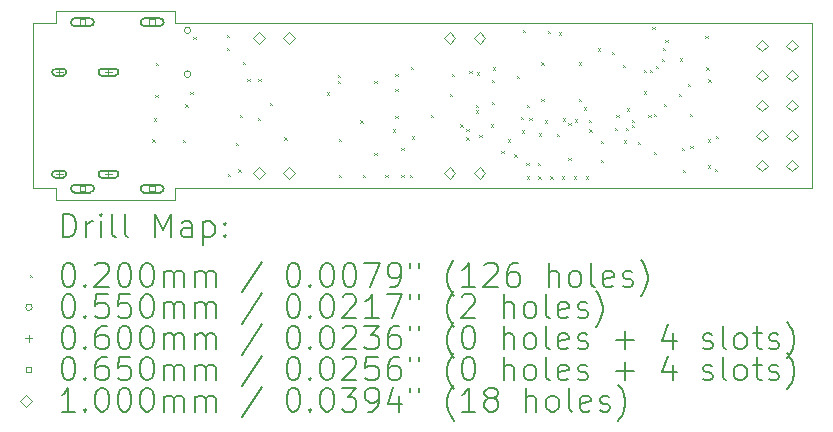
<source format=gbr>
%TF.GenerationSoftware,KiCad,Pcbnew,6.0.10+dfsg-1~bpo11+1*%
%TF.ProjectId,project,70726f6a-6563-4742-9e6b-696361645f70,rev?*%
%TF.SameCoordinates,Original*%
%TF.FileFunction,Drillmap*%
%TF.FilePolarity,Positive*%
%FSLAX45Y45*%
G04 Gerber Fmt 4.5, Leading zero omitted, Abs format (unit mm)*
%MOMM*%
%LPD*%
G01*
G04 APERTURE LIST*
%ADD10C,0.100000*%
%ADD11C,0.200000*%
%ADD12C,0.020000*%
%ADD13C,0.055000*%
%ADD14C,0.060000*%
%ADD15C,0.065000*%
G04 APERTURE END LIST*
D10*
X12026250Y-7603750D02*
X12026250Y-7503750D01*
X18426250Y-7603750D02*
X18426250Y-9003750D01*
X18426250Y-9003750D02*
X13026250Y-9003750D01*
X13026250Y-7503750D02*
X13026250Y-7603750D01*
X13026250Y-7603750D02*
X18426250Y-7603750D01*
X12026250Y-7503750D02*
X13026250Y-7503750D01*
X11826250Y-9003750D02*
X12026250Y-9003750D01*
X12026250Y-7603750D02*
X11826250Y-7603750D01*
X12026250Y-9103750D02*
X13026250Y-9103750D01*
X11826250Y-9003750D02*
X11826250Y-7603750D01*
X13026250Y-9103750D02*
X13026250Y-9003750D01*
X12026250Y-9003750D02*
X12026250Y-9103750D01*
D11*
D12*
X12838953Y-8590617D02*
X12858953Y-8610617D01*
X12858953Y-8590617D02*
X12838953Y-8610617D01*
X12852044Y-8413750D02*
X12872044Y-8433750D01*
X12872044Y-8413750D02*
X12852044Y-8433750D01*
X12864147Y-8211647D02*
X12884147Y-8231647D01*
X12884147Y-8211647D02*
X12864147Y-8231647D01*
X12866250Y-7943750D02*
X12886250Y-7963750D01*
X12886250Y-7943750D02*
X12866250Y-7963750D01*
X13095800Y-8593750D02*
X13115800Y-8613750D01*
X13115800Y-8593750D02*
X13095800Y-8613750D01*
X13116250Y-8293750D02*
X13136250Y-8313750D01*
X13136250Y-8293750D02*
X13116250Y-8313750D01*
X13159419Y-8189670D02*
X13179419Y-8209670D01*
X13179419Y-8189670D02*
X13159419Y-8209670D01*
X13186250Y-7723750D02*
X13206250Y-7743750D01*
X13206250Y-7723750D02*
X13186250Y-7743750D01*
X13466690Y-7813961D02*
X13486690Y-7833961D01*
X13486690Y-7813961D02*
X13466690Y-7833961D01*
X13470618Y-7706079D02*
X13490618Y-7726079D01*
X13490618Y-7706079D02*
X13470618Y-7726079D01*
X13476250Y-8883750D02*
X13496250Y-8903750D01*
X13496250Y-8883750D02*
X13476250Y-8903750D01*
X13543974Y-8621700D02*
X13563974Y-8641700D01*
X13563974Y-8621700D02*
X13543974Y-8641700D01*
X13566250Y-8843750D02*
X13586250Y-8863750D01*
X13586250Y-8843750D02*
X13566250Y-8863750D01*
X13576250Y-8383750D02*
X13596250Y-8403750D01*
X13596250Y-8383750D02*
X13576250Y-8403750D01*
X13606250Y-7933750D02*
X13626250Y-7953750D01*
X13626250Y-7933750D02*
X13606250Y-7953750D01*
X13641200Y-8078700D02*
X13661200Y-8098700D01*
X13661200Y-8078700D02*
X13641200Y-8098700D01*
X13729982Y-8409014D02*
X13749982Y-8429014D01*
X13749982Y-8409014D02*
X13729982Y-8429014D01*
X13736744Y-8078324D02*
X13756744Y-8098324D01*
X13756744Y-8078324D02*
X13736744Y-8098324D01*
X13831300Y-8283750D02*
X13851300Y-8303750D01*
X13851300Y-8283750D02*
X13831300Y-8303750D01*
X13956250Y-8573700D02*
X13976250Y-8593700D01*
X13976250Y-8573700D02*
X13956250Y-8593700D01*
X14316250Y-8193750D02*
X14336250Y-8213750D01*
X14336250Y-8193750D02*
X14316250Y-8213750D01*
X14406250Y-8043750D02*
X14426250Y-8063750D01*
X14426250Y-8043750D02*
X14406250Y-8063750D01*
X14406250Y-8093750D02*
X14426250Y-8113750D01*
X14426250Y-8093750D02*
X14406250Y-8113750D01*
X14416250Y-8583750D02*
X14436250Y-8603750D01*
X14436250Y-8583750D02*
X14416250Y-8603750D01*
X14416250Y-8893750D02*
X14436250Y-8913750D01*
X14436250Y-8893750D02*
X14416250Y-8913750D01*
X14600000Y-8430000D02*
X14620000Y-8450000D01*
X14620000Y-8430000D02*
X14600000Y-8450000D01*
X14621250Y-8893750D02*
X14641250Y-8913750D01*
X14641250Y-8893750D02*
X14621250Y-8913750D01*
X14716250Y-8093750D02*
X14736250Y-8113750D01*
X14736250Y-8093750D02*
X14716250Y-8113750D01*
X14716250Y-8703750D02*
X14736250Y-8723750D01*
X14736250Y-8703750D02*
X14716250Y-8723750D01*
X14811250Y-8893750D02*
X14831250Y-8913750D01*
X14831250Y-8893750D02*
X14811250Y-8913750D01*
X14876875Y-8504375D02*
X14896875Y-8524375D01*
X14896875Y-8504375D02*
X14876875Y-8524375D01*
X14896250Y-8033750D02*
X14916250Y-8053750D01*
X14916250Y-8033750D02*
X14896250Y-8053750D01*
X14896250Y-8163750D02*
X14916250Y-8183750D01*
X14916250Y-8163750D02*
X14896250Y-8183750D01*
X14896250Y-8393750D02*
X14916250Y-8413750D01*
X14916250Y-8393750D02*
X14896250Y-8413750D01*
X14946250Y-8663750D02*
X14966250Y-8683750D01*
X14966250Y-8663750D02*
X14946250Y-8683750D01*
X14946250Y-8893750D02*
X14966250Y-8913750D01*
X14966250Y-8893750D02*
X14946250Y-8913750D01*
X15016250Y-8893750D02*
X15036250Y-8913750D01*
X15036250Y-8893750D02*
X15016250Y-8913750D01*
X15026250Y-7976250D02*
X15046250Y-7996250D01*
X15046250Y-7976250D02*
X15026250Y-7996250D01*
X15036250Y-8563750D02*
X15056250Y-8583750D01*
X15056250Y-8563750D02*
X15036250Y-8583750D01*
X15196250Y-8383750D02*
X15216250Y-8403750D01*
X15216250Y-8383750D02*
X15196250Y-8403750D01*
X15356250Y-8203700D02*
X15376250Y-8223700D01*
X15376250Y-8203700D02*
X15356250Y-8223700D01*
X15376250Y-8033750D02*
X15396250Y-8053750D01*
X15396250Y-8033750D02*
X15376250Y-8053750D01*
X15446250Y-8463750D02*
X15466250Y-8483750D01*
X15466250Y-8463750D02*
X15446250Y-8483750D01*
X15496250Y-8503750D02*
X15516250Y-8523750D01*
X15516250Y-8503750D02*
X15496250Y-8523750D01*
X15496250Y-8573750D02*
X15516250Y-8593750D01*
X15516250Y-8573750D02*
X15496250Y-8593750D01*
X15520673Y-8012800D02*
X15540673Y-8032800D01*
X15540673Y-8012800D02*
X15520673Y-8032800D01*
X15578070Y-8298305D02*
X15598070Y-8318305D01*
X15598070Y-8298305D02*
X15578070Y-8318305D01*
X15578070Y-8343800D02*
X15598070Y-8363800D01*
X15598070Y-8343800D02*
X15578070Y-8363800D01*
X15586250Y-8023750D02*
X15606250Y-8043750D01*
X15606250Y-8023750D02*
X15586250Y-8043750D01*
X15606358Y-8552547D02*
X15626358Y-8572547D01*
X15626358Y-8552547D02*
X15606358Y-8572547D01*
X15705062Y-8462562D02*
X15725062Y-8482562D01*
X15725062Y-8462562D02*
X15705062Y-8482562D01*
X15710500Y-8088750D02*
X15730500Y-8108750D01*
X15730500Y-8088750D02*
X15710500Y-8108750D01*
X15712968Y-8271725D02*
X15732968Y-8291725D01*
X15732968Y-8271725D02*
X15712968Y-8291725D01*
X15720579Y-7980896D02*
X15740579Y-8000896D01*
X15740579Y-7980896D02*
X15720579Y-8000896D01*
X15792875Y-8687125D02*
X15812875Y-8707125D01*
X15812875Y-8687125D02*
X15792875Y-8707125D01*
X15847718Y-8590697D02*
X15867718Y-8610697D01*
X15867718Y-8590697D02*
X15847718Y-8610697D01*
X15901731Y-8718269D02*
X15921731Y-8738269D01*
X15921731Y-8718269D02*
X15901731Y-8738269D01*
X15926250Y-8053750D02*
X15946250Y-8073750D01*
X15946250Y-8053750D02*
X15926250Y-8073750D01*
X15960000Y-8400000D02*
X15980000Y-8420000D01*
X15980000Y-8400000D02*
X15960000Y-8420000D01*
X15965000Y-8515000D02*
X15985000Y-8535000D01*
X15985000Y-8515000D02*
X15965000Y-8535000D01*
X15975881Y-7661444D02*
X15995881Y-7681444D01*
X15995881Y-7661444D02*
X15975881Y-7681444D01*
X16003000Y-8787000D02*
X16023000Y-8807000D01*
X16023000Y-8787000D02*
X16003000Y-8807000D01*
X16006250Y-8903750D02*
X16026250Y-8923750D01*
X16026250Y-8903750D02*
X16006250Y-8923750D01*
X16010000Y-8300000D02*
X16030000Y-8320000D01*
X16030000Y-8300000D02*
X16010000Y-8320000D01*
X16030000Y-8410000D02*
X16050000Y-8430000D01*
X16050000Y-8410000D02*
X16030000Y-8430000D01*
X16103000Y-8787000D02*
X16123000Y-8807000D01*
X16123000Y-8787000D02*
X16103000Y-8807000D01*
X16106250Y-8903750D02*
X16126250Y-8923750D01*
X16126250Y-8903750D02*
X16106250Y-8923750D01*
X16111250Y-8538800D02*
X16131250Y-8558800D01*
X16131250Y-8538800D02*
X16111250Y-8558800D01*
X16130000Y-7940000D02*
X16150000Y-7960000D01*
X16150000Y-7940000D02*
X16130000Y-7960000D01*
X16130000Y-8250000D02*
X16150000Y-8270000D01*
X16150000Y-8250000D02*
X16130000Y-8270000D01*
X16160000Y-8430000D02*
X16180000Y-8450000D01*
X16180000Y-8430000D02*
X16160000Y-8450000D01*
X16186250Y-7673750D02*
X16206250Y-7693750D01*
X16206250Y-7673750D02*
X16186250Y-7693750D01*
X16206250Y-8903750D02*
X16226250Y-8923750D01*
X16226250Y-8903750D02*
X16206250Y-8923750D01*
X16260618Y-8541421D02*
X16280618Y-8561421D01*
X16280618Y-8541421D02*
X16260618Y-8561421D01*
X16278056Y-7684721D02*
X16298056Y-7704721D01*
X16298056Y-7684721D02*
X16278056Y-7704721D01*
X16306250Y-8903750D02*
X16326250Y-8923750D01*
X16326250Y-8903750D02*
X16306250Y-8923750D01*
X16311492Y-8413039D02*
X16331492Y-8433039D01*
X16331492Y-8413039D02*
X16311492Y-8433039D01*
X16360230Y-8749158D02*
X16380230Y-8769158D01*
X16380230Y-8749158D02*
X16360230Y-8769158D01*
X16361492Y-8448508D02*
X16381492Y-8468508D01*
X16381492Y-8448508D02*
X16361492Y-8468508D01*
X16406250Y-8903750D02*
X16426250Y-8923750D01*
X16426250Y-8903750D02*
X16406250Y-8923750D01*
X16414542Y-8419806D02*
X16434542Y-8439806D01*
X16434542Y-8419806D02*
X16414542Y-8439806D01*
X16450000Y-7940000D02*
X16470000Y-7960000D01*
X16470000Y-7940000D02*
X16450000Y-7960000D01*
X16450000Y-8250000D02*
X16470000Y-8270000D01*
X16470000Y-8250000D02*
X16450000Y-8270000D01*
X16490000Y-8320000D02*
X16510000Y-8340000D01*
X16510000Y-8320000D02*
X16490000Y-8340000D01*
X16506250Y-8903750D02*
X16526250Y-8923750D01*
X16526250Y-8903750D02*
X16506250Y-8923750D01*
X16536250Y-8423750D02*
X16556250Y-8443750D01*
X16556250Y-8423750D02*
X16536250Y-8443750D01*
X16538767Y-8504467D02*
X16558767Y-8524467D01*
X16558767Y-8504467D02*
X16538767Y-8524467D01*
X16610000Y-7820000D02*
X16630000Y-7840000D01*
X16630000Y-7820000D02*
X16610000Y-7840000D01*
X16636250Y-8603750D02*
X16656250Y-8623750D01*
X16656250Y-8603750D02*
X16636250Y-8623750D01*
X16636250Y-8763750D02*
X16656250Y-8783750D01*
X16656250Y-8763750D02*
X16636250Y-8783750D01*
X16730000Y-7850000D02*
X16750000Y-7870000D01*
X16750000Y-7850000D02*
X16730000Y-7870000D01*
X16756250Y-8493750D02*
X16776250Y-8513750D01*
X16776250Y-8493750D02*
X16756250Y-8513750D01*
X16766057Y-8382069D02*
X16786057Y-8402069D01*
X16786057Y-8382069D02*
X16766057Y-8402069D01*
X16820000Y-7960000D02*
X16840000Y-7980000D01*
X16840000Y-7960000D02*
X16820000Y-7980000D01*
X16829500Y-8600500D02*
X16849500Y-8620500D01*
X16849500Y-8600500D02*
X16829500Y-8620500D01*
X16844977Y-8493800D02*
X16864977Y-8513800D01*
X16864977Y-8493800D02*
X16844977Y-8513800D01*
X16855553Y-8328753D02*
X16875553Y-8348753D01*
X16875553Y-8328753D02*
X16855553Y-8348753D01*
X16896450Y-8423750D02*
X16916450Y-8443750D01*
X16916450Y-8423750D02*
X16896450Y-8443750D01*
X16900000Y-8470000D02*
X16920000Y-8490000D01*
X16920000Y-8470000D02*
X16900000Y-8490000D01*
X16946250Y-8610000D02*
X16966250Y-8630000D01*
X16966250Y-8610000D02*
X16946250Y-8630000D01*
X17000000Y-8000000D02*
X17020000Y-8020000D01*
X17020000Y-8000000D02*
X17000000Y-8020000D01*
X17000550Y-8183750D02*
X17020550Y-8203750D01*
X17020550Y-8183750D02*
X17000550Y-8203750D01*
X17036250Y-8383750D02*
X17056250Y-8403750D01*
X17056250Y-8383750D02*
X17036250Y-8403750D01*
X17050000Y-8000000D02*
X17070000Y-8020000D01*
X17070000Y-8000000D02*
X17050000Y-8020000D01*
X17070000Y-7640000D02*
X17090000Y-7660000D01*
X17090000Y-7640000D02*
X17070000Y-7660000D01*
X17082500Y-8697500D02*
X17102500Y-8717500D01*
X17102500Y-8697500D02*
X17082500Y-8717500D01*
X17086250Y-8373750D02*
X17106250Y-8393750D01*
X17106250Y-8373750D02*
X17086250Y-8393750D01*
X17102138Y-7970408D02*
X17122138Y-7990408D01*
X17122138Y-7970408D02*
X17102138Y-7990408D01*
X17150000Y-7910000D02*
X17170000Y-7930000D01*
X17170000Y-7910000D02*
X17150000Y-7930000D01*
X17160000Y-7816678D02*
X17180000Y-7836678D01*
X17180000Y-7816678D02*
X17160000Y-7836678D01*
X17170450Y-8288243D02*
X17190450Y-8308243D01*
X17190450Y-8288243D02*
X17170450Y-8308243D01*
X17180000Y-7750000D02*
X17200000Y-7770000D01*
X17200000Y-7750000D02*
X17180000Y-7770000D01*
X17297500Y-8203750D02*
X17317500Y-8223750D01*
X17317500Y-8203750D02*
X17297500Y-8223750D01*
X17306250Y-7903750D02*
X17326250Y-7923750D01*
X17326250Y-7903750D02*
X17306250Y-7923750D01*
X17320000Y-8660000D02*
X17340000Y-8680000D01*
X17340000Y-8660000D02*
X17320000Y-8680000D01*
X17330000Y-8850000D02*
X17350000Y-8870000D01*
X17350000Y-8850000D02*
X17330000Y-8870000D01*
X17372451Y-8123211D02*
X17392451Y-8143211D01*
X17392451Y-8123211D02*
X17372451Y-8143211D01*
X17386250Y-8373750D02*
X17406250Y-8393750D01*
X17406250Y-8373750D02*
X17386250Y-8393750D01*
X17393250Y-8646750D02*
X17413250Y-8666750D01*
X17413250Y-8646750D02*
X17393250Y-8666750D01*
X17521086Y-7716122D02*
X17541086Y-7736122D01*
X17541086Y-7716122D02*
X17521086Y-7736122D01*
X17530000Y-7980000D02*
X17550000Y-8000000D01*
X17550000Y-7980000D02*
X17530000Y-8000000D01*
X17540000Y-8590000D02*
X17560000Y-8610000D01*
X17560000Y-8590000D02*
X17540000Y-8610000D01*
X17540000Y-8810000D02*
X17560000Y-8830000D01*
X17560000Y-8810000D02*
X17540000Y-8830000D01*
X17546250Y-8083750D02*
X17566250Y-8103750D01*
X17566250Y-8083750D02*
X17546250Y-8103750D01*
X17600962Y-8840962D02*
X17620962Y-8860962D01*
X17620962Y-8840962D02*
X17600962Y-8860962D01*
X17610000Y-8560000D02*
X17630000Y-8580000D01*
X17630000Y-8560000D02*
X17610000Y-8580000D01*
D13*
X13163750Y-7668750D02*
G75*
G03*
X13163750Y-7668750I-27500J0D01*
G01*
X13163750Y-8038750D02*
G75*
G03*
X13163750Y-8038750I-27500J0D01*
G01*
D14*
X12048750Y-7991750D02*
X12048750Y-8051750D01*
X12018750Y-8021750D02*
X12078750Y-8021750D01*
D11*
X12018750Y-8051750D02*
X12078750Y-8051750D01*
X12018750Y-7991750D02*
X12078750Y-7991750D01*
X12078750Y-8051750D02*
G75*
G03*
X12078750Y-7991750I0J30000D01*
G01*
X12018750Y-7991750D02*
G75*
G03*
X12018750Y-8051750I0J-30000D01*
G01*
D14*
X12048750Y-8855750D02*
X12048750Y-8915750D01*
X12018750Y-8885750D02*
X12078750Y-8885750D01*
D11*
X12018750Y-8915750D02*
X12078750Y-8915750D01*
X12018750Y-8855750D02*
X12078750Y-8855750D01*
X12078750Y-8915750D02*
G75*
G03*
X12078750Y-8855750I0J30000D01*
G01*
X12018750Y-8855750D02*
G75*
G03*
X12018750Y-8915750I0J-30000D01*
G01*
D14*
X12466750Y-7991750D02*
X12466750Y-8051750D01*
X12436750Y-8021750D02*
X12496750Y-8021750D01*
D11*
X12411750Y-8051750D02*
X12521750Y-8051750D01*
X12411750Y-7991750D02*
X12521750Y-7991750D01*
X12521750Y-8051750D02*
G75*
G03*
X12521750Y-7991750I0J30000D01*
G01*
X12411750Y-7991750D02*
G75*
G03*
X12411750Y-8051750I0J-30000D01*
G01*
D14*
X12466750Y-8855750D02*
X12466750Y-8915750D01*
X12436750Y-8885750D02*
X12496750Y-8885750D01*
D11*
X12411750Y-8915750D02*
X12521750Y-8915750D01*
X12411750Y-8855750D02*
X12521750Y-8855750D01*
X12521750Y-8915750D02*
G75*
G03*
X12521750Y-8855750I0J30000D01*
G01*
X12411750Y-8855750D02*
G75*
G03*
X12411750Y-8915750I0J-30000D01*
G01*
D15*
X12269231Y-7621731D02*
X12269231Y-7575769D01*
X12223269Y-7575769D01*
X12223269Y-7621731D01*
X12269231Y-7621731D01*
D11*
X12311250Y-7566250D02*
X12181250Y-7566250D01*
X12311250Y-7631250D02*
X12181250Y-7631250D01*
X12181250Y-7566250D02*
G75*
G03*
X12181250Y-7631250I0J-32500D01*
G01*
X12311250Y-7631250D02*
G75*
G03*
X12311250Y-7566250I0J32500D01*
G01*
D15*
X12269231Y-9031731D02*
X12269231Y-8985769D01*
X12223269Y-8985769D01*
X12223269Y-9031731D01*
X12269231Y-9031731D01*
D11*
X12311250Y-8976250D02*
X12181250Y-8976250D01*
X12311250Y-9041250D02*
X12181250Y-9041250D01*
X12181250Y-8976250D02*
G75*
G03*
X12181250Y-9041250I0J-32500D01*
G01*
X12311250Y-9041250D02*
G75*
G03*
X12311250Y-8976250I0J32500D01*
G01*
D15*
X12859231Y-7621731D02*
X12859231Y-7575769D01*
X12813269Y-7575769D01*
X12813269Y-7621731D01*
X12859231Y-7621731D01*
D11*
X12901250Y-7566250D02*
X12771250Y-7566250D01*
X12901250Y-7631250D02*
X12771250Y-7631250D01*
X12771250Y-7566250D02*
G75*
G03*
X12771250Y-7631250I0J-32500D01*
G01*
X12901250Y-7631250D02*
G75*
G03*
X12901250Y-7566250I0J32500D01*
G01*
D15*
X12859231Y-9031731D02*
X12859231Y-8985769D01*
X12813269Y-8985769D01*
X12813269Y-9031731D01*
X12859231Y-9031731D01*
D11*
X12901250Y-8976250D02*
X12771250Y-8976250D01*
X12901250Y-9041250D02*
X12771250Y-9041250D01*
X12771250Y-8976250D02*
G75*
G03*
X12771250Y-9041250I0J-32500D01*
G01*
X12901250Y-9041250D02*
G75*
G03*
X12901250Y-8976250I0J32500D01*
G01*
D10*
X13743750Y-7784750D02*
X13793750Y-7734750D01*
X13743750Y-7684750D01*
X13693750Y-7734750D01*
X13743750Y-7784750D01*
X13743750Y-8922750D02*
X13793750Y-8872750D01*
X13743750Y-8822750D01*
X13693750Y-8872750D01*
X13743750Y-8922750D01*
X13997750Y-7784750D02*
X14047750Y-7734750D01*
X13997750Y-7684750D01*
X13947750Y-7734750D01*
X13997750Y-7784750D01*
X13997750Y-8922750D02*
X14047750Y-8872750D01*
X13997750Y-8822750D01*
X13947750Y-8872750D01*
X13997750Y-8922750D01*
X15354750Y-7784750D02*
X15404750Y-7734750D01*
X15354750Y-7684750D01*
X15304750Y-7734750D01*
X15354750Y-7784750D01*
X15354750Y-8922750D02*
X15404750Y-8872750D01*
X15354750Y-8822750D01*
X15304750Y-8872750D01*
X15354750Y-8922750D01*
X15608750Y-7784750D02*
X15658750Y-7734750D01*
X15608750Y-7684750D01*
X15558750Y-7734750D01*
X15608750Y-7784750D01*
X15608750Y-8922750D02*
X15658750Y-8872750D01*
X15608750Y-8822750D01*
X15558750Y-8872750D01*
X15608750Y-8922750D01*
X17998750Y-7846250D02*
X18048750Y-7796250D01*
X17998750Y-7746250D01*
X17948750Y-7796250D01*
X17998750Y-7846250D01*
X17998750Y-8100250D02*
X18048750Y-8050250D01*
X17998750Y-8000250D01*
X17948750Y-8050250D01*
X17998750Y-8100250D01*
X17998750Y-8354250D02*
X18048750Y-8304250D01*
X17998750Y-8254250D01*
X17948750Y-8304250D01*
X17998750Y-8354250D01*
X17998750Y-8608250D02*
X18048750Y-8558250D01*
X17998750Y-8508250D01*
X17948750Y-8558250D01*
X17998750Y-8608250D01*
X17998750Y-8862250D02*
X18048750Y-8812250D01*
X17998750Y-8762250D01*
X17948750Y-8812250D01*
X17998750Y-8862250D01*
X18252750Y-7846250D02*
X18302750Y-7796250D01*
X18252750Y-7746250D01*
X18202750Y-7796250D01*
X18252750Y-7846250D01*
X18252750Y-8100250D02*
X18302750Y-8050250D01*
X18252750Y-8000250D01*
X18202750Y-8050250D01*
X18252750Y-8100250D01*
X18252750Y-8354250D02*
X18302750Y-8304250D01*
X18252750Y-8254250D01*
X18202750Y-8304250D01*
X18252750Y-8354250D01*
X18252750Y-8608250D02*
X18302750Y-8558250D01*
X18252750Y-8508250D01*
X18202750Y-8558250D01*
X18252750Y-8608250D01*
X18252750Y-8862250D02*
X18302750Y-8812250D01*
X18252750Y-8762250D01*
X18202750Y-8812250D01*
X18252750Y-8862250D01*
D11*
X12078869Y-9419226D02*
X12078869Y-9219226D01*
X12126488Y-9219226D01*
X12155059Y-9228750D01*
X12174107Y-9247798D01*
X12183631Y-9266845D01*
X12193155Y-9304940D01*
X12193155Y-9333512D01*
X12183631Y-9371607D01*
X12174107Y-9390655D01*
X12155059Y-9409702D01*
X12126488Y-9419226D01*
X12078869Y-9419226D01*
X12278869Y-9419226D02*
X12278869Y-9285893D01*
X12278869Y-9323988D02*
X12288393Y-9304940D01*
X12297917Y-9295417D01*
X12316964Y-9285893D01*
X12336012Y-9285893D01*
X12402678Y-9419226D02*
X12402678Y-9285893D01*
X12402678Y-9219226D02*
X12393155Y-9228750D01*
X12402678Y-9238274D01*
X12412202Y-9228750D01*
X12402678Y-9219226D01*
X12402678Y-9238274D01*
X12526488Y-9419226D02*
X12507440Y-9409702D01*
X12497917Y-9390655D01*
X12497917Y-9219226D01*
X12631250Y-9419226D02*
X12612202Y-9409702D01*
X12602678Y-9390655D01*
X12602678Y-9219226D01*
X12859821Y-9419226D02*
X12859821Y-9219226D01*
X12926488Y-9362083D01*
X12993155Y-9219226D01*
X12993155Y-9419226D01*
X13174107Y-9419226D02*
X13174107Y-9314464D01*
X13164583Y-9295417D01*
X13145536Y-9285893D01*
X13107440Y-9285893D01*
X13088393Y-9295417D01*
X13174107Y-9409702D02*
X13155059Y-9419226D01*
X13107440Y-9419226D01*
X13088393Y-9409702D01*
X13078869Y-9390655D01*
X13078869Y-9371607D01*
X13088393Y-9352560D01*
X13107440Y-9343036D01*
X13155059Y-9343036D01*
X13174107Y-9333512D01*
X13269345Y-9285893D02*
X13269345Y-9485893D01*
X13269345Y-9295417D02*
X13288393Y-9285893D01*
X13326488Y-9285893D01*
X13345536Y-9295417D01*
X13355059Y-9304940D01*
X13364583Y-9323988D01*
X13364583Y-9381131D01*
X13355059Y-9400179D01*
X13345536Y-9409702D01*
X13326488Y-9419226D01*
X13288393Y-9419226D01*
X13269345Y-9409702D01*
X13450298Y-9400179D02*
X13459821Y-9409702D01*
X13450298Y-9419226D01*
X13440774Y-9409702D01*
X13450298Y-9400179D01*
X13450298Y-9419226D01*
X13450298Y-9295417D02*
X13459821Y-9304940D01*
X13450298Y-9314464D01*
X13440774Y-9304940D01*
X13450298Y-9295417D01*
X13450298Y-9314464D01*
D12*
X11801250Y-9738750D02*
X11821250Y-9758750D01*
X11821250Y-9738750D02*
X11801250Y-9758750D01*
D11*
X12116964Y-9639226D02*
X12136012Y-9639226D01*
X12155059Y-9648750D01*
X12164583Y-9658274D01*
X12174107Y-9677321D01*
X12183631Y-9715417D01*
X12183631Y-9763036D01*
X12174107Y-9801131D01*
X12164583Y-9820179D01*
X12155059Y-9829702D01*
X12136012Y-9839226D01*
X12116964Y-9839226D01*
X12097917Y-9829702D01*
X12088393Y-9820179D01*
X12078869Y-9801131D01*
X12069345Y-9763036D01*
X12069345Y-9715417D01*
X12078869Y-9677321D01*
X12088393Y-9658274D01*
X12097917Y-9648750D01*
X12116964Y-9639226D01*
X12269345Y-9820179D02*
X12278869Y-9829702D01*
X12269345Y-9839226D01*
X12259821Y-9829702D01*
X12269345Y-9820179D01*
X12269345Y-9839226D01*
X12355059Y-9658274D02*
X12364583Y-9648750D01*
X12383631Y-9639226D01*
X12431250Y-9639226D01*
X12450298Y-9648750D01*
X12459821Y-9658274D01*
X12469345Y-9677321D01*
X12469345Y-9696369D01*
X12459821Y-9724940D01*
X12345536Y-9839226D01*
X12469345Y-9839226D01*
X12593155Y-9639226D02*
X12612202Y-9639226D01*
X12631250Y-9648750D01*
X12640774Y-9658274D01*
X12650298Y-9677321D01*
X12659821Y-9715417D01*
X12659821Y-9763036D01*
X12650298Y-9801131D01*
X12640774Y-9820179D01*
X12631250Y-9829702D01*
X12612202Y-9839226D01*
X12593155Y-9839226D01*
X12574107Y-9829702D01*
X12564583Y-9820179D01*
X12555059Y-9801131D01*
X12545536Y-9763036D01*
X12545536Y-9715417D01*
X12555059Y-9677321D01*
X12564583Y-9658274D01*
X12574107Y-9648750D01*
X12593155Y-9639226D01*
X12783631Y-9639226D02*
X12802678Y-9639226D01*
X12821726Y-9648750D01*
X12831250Y-9658274D01*
X12840774Y-9677321D01*
X12850298Y-9715417D01*
X12850298Y-9763036D01*
X12840774Y-9801131D01*
X12831250Y-9820179D01*
X12821726Y-9829702D01*
X12802678Y-9839226D01*
X12783631Y-9839226D01*
X12764583Y-9829702D01*
X12755059Y-9820179D01*
X12745536Y-9801131D01*
X12736012Y-9763036D01*
X12736012Y-9715417D01*
X12745536Y-9677321D01*
X12755059Y-9658274D01*
X12764583Y-9648750D01*
X12783631Y-9639226D01*
X12936012Y-9839226D02*
X12936012Y-9705893D01*
X12936012Y-9724940D02*
X12945536Y-9715417D01*
X12964583Y-9705893D01*
X12993155Y-9705893D01*
X13012202Y-9715417D01*
X13021726Y-9734464D01*
X13021726Y-9839226D01*
X13021726Y-9734464D02*
X13031250Y-9715417D01*
X13050298Y-9705893D01*
X13078869Y-9705893D01*
X13097917Y-9715417D01*
X13107440Y-9734464D01*
X13107440Y-9839226D01*
X13202678Y-9839226D02*
X13202678Y-9705893D01*
X13202678Y-9724940D02*
X13212202Y-9715417D01*
X13231250Y-9705893D01*
X13259821Y-9705893D01*
X13278869Y-9715417D01*
X13288393Y-9734464D01*
X13288393Y-9839226D01*
X13288393Y-9734464D02*
X13297917Y-9715417D01*
X13316964Y-9705893D01*
X13345536Y-9705893D01*
X13364583Y-9715417D01*
X13374107Y-9734464D01*
X13374107Y-9839226D01*
X13764583Y-9629702D02*
X13593155Y-9886845D01*
X14021726Y-9639226D02*
X14040774Y-9639226D01*
X14059821Y-9648750D01*
X14069345Y-9658274D01*
X14078869Y-9677321D01*
X14088393Y-9715417D01*
X14088393Y-9763036D01*
X14078869Y-9801131D01*
X14069345Y-9820179D01*
X14059821Y-9829702D01*
X14040774Y-9839226D01*
X14021726Y-9839226D01*
X14002678Y-9829702D01*
X13993155Y-9820179D01*
X13983631Y-9801131D01*
X13974107Y-9763036D01*
X13974107Y-9715417D01*
X13983631Y-9677321D01*
X13993155Y-9658274D01*
X14002678Y-9648750D01*
X14021726Y-9639226D01*
X14174107Y-9820179D02*
X14183631Y-9829702D01*
X14174107Y-9839226D01*
X14164583Y-9829702D01*
X14174107Y-9820179D01*
X14174107Y-9839226D01*
X14307440Y-9639226D02*
X14326488Y-9639226D01*
X14345536Y-9648750D01*
X14355059Y-9658274D01*
X14364583Y-9677321D01*
X14374107Y-9715417D01*
X14374107Y-9763036D01*
X14364583Y-9801131D01*
X14355059Y-9820179D01*
X14345536Y-9829702D01*
X14326488Y-9839226D01*
X14307440Y-9839226D01*
X14288393Y-9829702D01*
X14278869Y-9820179D01*
X14269345Y-9801131D01*
X14259821Y-9763036D01*
X14259821Y-9715417D01*
X14269345Y-9677321D01*
X14278869Y-9658274D01*
X14288393Y-9648750D01*
X14307440Y-9639226D01*
X14497917Y-9639226D02*
X14516964Y-9639226D01*
X14536012Y-9648750D01*
X14545536Y-9658274D01*
X14555059Y-9677321D01*
X14564583Y-9715417D01*
X14564583Y-9763036D01*
X14555059Y-9801131D01*
X14545536Y-9820179D01*
X14536012Y-9829702D01*
X14516964Y-9839226D01*
X14497917Y-9839226D01*
X14478869Y-9829702D01*
X14469345Y-9820179D01*
X14459821Y-9801131D01*
X14450298Y-9763036D01*
X14450298Y-9715417D01*
X14459821Y-9677321D01*
X14469345Y-9658274D01*
X14478869Y-9648750D01*
X14497917Y-9639226D01*
X14631250Y-9639226D02*
X14764583Y-9639226D01*
X14678869Y-9839226D01*
X14850298Y-9839226D02*
X14888393Y-9839226D01*
X14907440Y-9829702D01*
X14916964Y-9820179D01*
X14936012Y-9791607D01*
X14945536Y-9753512D01*
X14945536Y-9677321D01*
X14936012Y-9658274D01*
X14926488Y-9648750D01*
X14907440Y-9639226D01*
X14869345Y-9639226D01*
X14850298Y-9648750D01*
X14840774Y-9658274D01*
X14831250Y-9677321D01*
X14831250Y-9724940D01*
X14840774Y-9743988D01*
X14850298Y-9753512D01*
X14869345Y-9763036D01*
X14907440Y-9763036D01*
X14926488Y-9753512D01*
X14936012Y-9743988D01*
X14945536Y-9724940D01*
X15021726Y-9639226D02*
X15021726Y-9677321D01*
X15097917Y-9639226D02*
X15097917Y-9677321D01*
X15393155Y-9915417D02*
X15383631Y-9905893D01*
X15364583Y-9877321D01*
X15355059Y-9858274D01*
X15345536Y-9829702D01*
X15336012Y-9782083D01*
X15336012Y-9743988D01*
X15345536Y-9696369D01*
X15355059Y-9667798D01*
X15364583Y-9648750D01*
X15383631Y-9620179D01*
X15393155Y-9610655D01*
X15574107Y-9839226D02*
X15459821Y-9839226D01*
X15516964Y-9839226D02*
X15516964Y-9639226D01*
X15497917Y-9667798D01*
X15478869Y-9686845D01*
X15459821Y-9696369D01*
X15650298Y-9658274D02*
X15659821Y-9648750D01*
X15678869Y-9639226D01*
X15726488Y-9639226D01*
X15745536Y-9648750D01*
X15755059Y-9658274D01*
X15764583Y-9677321D01*
X15764583Y-9696369D01*
X15755059Y-9724940D01*
X15640774Y-9839226D01*
X15764583Y-9839226D01*
X15936012Y-9639226D02*
X15897917Y-9639226D01*
X15878869Y-9648750D01*
X15869345Y-9658274D01*
X15850298Y-9686845D01*
X15840774Y-9724940D01*
X15840774Y-9801131D01*
X15850298Y-9820179D01*
X15859821Y-9829702D01*
X15878869Y-9839226D01*
X15916964Y-9839226D01*
X15936012Y-9829702D01*
X15945536Y-9820179D01*
X15955059Y-9801131D01*
X15955059Y-9753512D01*
X15945536Y-9734464D01*
X15936012Y-9724940D01*
X15916964Y-9715417D01*
X15878869Y-9715417D01*
X15859821Y-9724940D01*
X15850298Y-9734464D01*
X15840774Y-9753512D01*
X16193155Y-9839226D02*
X16193155Y-9639226D01*
X16278869Y-9839226D02*
X16278869Y-9734464D01*
X16269345Y-9715417D01*
X16250298Y-9705893D01*
X16221726Y-9705893D01*
X16202678Y-9715417D01*
X16193155Y-9724940D01*
X16402678Y-9839226D02*
X16383631Y-9829702D01*
X16374107Y-9820179D01*
X16364583Y-9801131D01*
X16364583Y-9743988D01*
X16374107Y-9724940D01*
X16383631Y-9715417D01*
X16402678Y-9705893D01*
X16431250Y-9705893D01*
X16450298Y-9715417D01*
X16459821Y-9724940D01*
X16469345Y-9743988D01*
X16469345Y-9801131D01*
X16459821Y-9820179D01*
X16450298Y-9829702D01*
X16431250Y-9839226D01*
X16402678Y-9839226D01*
X16583631Y-9839226D02*
X16564583Y-9829702D01*
X16555059Y-9810655D01*
X16555059Y-9639226D01*
X16736012Y-9829702D02*
X16716964Y-9839226D01*
X16678869Y-9839226D01*
X16659821Y-9829702D01*
X16650298Y-9810655D01*
X16650298Y-9734464D01*
X16659821Y-9715417D01*
X16678869Y-9705893D01*
X16716964Y-9705893D01*
X16736012Y-9715417D01*
X16745536Y-9734464D01*
X16745536Y-9753512D01*
X16650298Y-9772560D01*
X16821726Y-9829702D02*
X16840774Y-9839226D01*
X16878869Y-9839226D01*
X16897917Y-9829702D01*
X16907440Y-9810655D01*
X16907440Y-9801131D01*
X16897917Y-9782083D01*
X16878869Y-9772560D01*
X16850298Y-9772560D01*
X16831250Y-9763036D01*
X16821726Y-9743988D01*
X16821726Y-9734464D01*
X16831250Y-9715417D01*
X16850298Y-9705893D01*
X16878869Y-9705893D01*
X16897917Y-9715417D01*
X16974107Y-9915417D02*
X16983631Y-9905893D01*
X17002679Y-9877321D01*
X17012202Y-9858274D01*
X17021726Y-9829702D01*
X17031250Y-9782083D01*
X17031250Y-9743988D01*
X17021726Y-9696369D01*
X17012202Y-9667798D01*
X17002679Y-9648750D01*
X16983631Y-9620179D01*
X16974107Y-9610655D01*
D13*
X11821250Y-10012750D02*
G75*
G03*
X11821250Y-10012750I-27500J0D01*
G01*
D11*
X12116964Y-9903226D02*
X12136012Y-9903226D01*
X12155059Y-9912750D01*
X12164583Y-9922274D01*
X12174107Y-9941321D01*
X12183631Y-9979417D01*
X12183631Y-10027036D01*
X12174107Y-10065131D01*
X12164583Y-10084179D01*
X12155059Y-10093702D01*
X12136012Y-10103226D01*
X12116964Y-10103226D01*
X12097917Y-10093702D01*
X12088393Y-10084179D01*
X12078869Y-10065131D01*
X12069345Y-10027036D01*
X12069345Y-9979417D01*
X12078869Y-9941321D01*
X12088393Y-9922274D01*
X12097917Y-9912750D01*
X12116964Y-9903226D01*
X12269345Y-10084179D02*
X12278869Y-10093702D01*
X12269345Y-10103226D01*
X12259821Y-10093702D01*
X12269345Y-10084179D01*
X12269345Y-10103226D01*
X12459821Y-9903226D02*
X12364583Y-9903226D01*
X12355059Y-9998464D01*
X12364583Y-9988940D01*
X12383631Y-9979417D01*
X12431250Y-9979417D01*
X12450298Y-9988940D01*
X12459821Y-9998464D01*
X12469345Y-10017512D01*
X12469345Y-10065131D01*
X12459821Y-10084179D01*
X12450298Y-10093702D01*
X12431250Y-10103226D01*
X12383631Y-10103226D01*
X12364583Y-10093702D01*
X12355059Y-10084179D01*
X12650298Y-9903226D02*
X12555059Y-9903226D01*
X12545536Y-9998464D01*
X12555059Y-9988940D01*
X12574107Y-9979417D01*
X12621726Y-9979417D01*
X12640774Y-9988940D01*
X12650298Y-9998464D01*
X12659821Y-10017512D01*
X12659821Y-10065131D01*
X12650298Y-10084179D01*
X12640774Y-10093702D01*
X12621726Y-10103226D01*
X12574107Y-10103226D01*
X12555059Y-10093702D01*
X12545536Y-10084179D01*
X12783631Y-9903226D02*
X12802678Y-9903226D01*
X12821726Y-9912750D01*
X12831250Y-9922274D01*
X12840774Y-9941321D01*
X12850298Y-9979417D01*
X12850298Y-10027036D01*
X12840774Y-10065131D01*
X12831250Y-10084179D01*
X12821726Y-10093702D01*
X12802678Y-10103226D01*
X12783631Y-10103226D01*
X12764583Y-10093702D01*
X12755059Y-10084179D01*
X12745536Y-10065131D01*
X12736012Y-10027036D01*
X12736012Y-9979417D01*
X12745536Y-9941321D01*
X12755059Y-9922274D01*
X12764583Y-9912750D01*
X12783631Y-9903226D01*
X12936012Y-10103226D02*
X12936012Y-9969893D01*
X12936012Y-9988940D02*
X12945536Y-9979417D01*
X12964583Y-9969893D01*
X12993155Y-9969893D01*
X13012202Y-9979417D01*
X13021726Y-9998464D01*
X13021726Y-10103226D01*
X13021726Y-9998464D02*
X13031250Y-9979417D01*
X13050298Y-9969893D01*
X13078869Y-9969893D01*
X13097917Y-9979417D01*
X13107440Y-9998464D01*
X13107440Y-10103226D01*
X13202678Y-10103226D02*
X13202678Y-9969893D01*
X13202678Y-9988940D02*
X13212202Y-9979417D01*
X13231250Y-9969893D01*
X13259821Y-9969893D01*
X13278869Y-9979417D01*
X13288393Y-9998464D01*
X13288393Y-10103226D01*
X13288393Y-9998464D02*
X13297917Y-9979417D01*
X13316964Y-9969893D01*
X13345536Y-9969893D01*
X13364583Y-9979417D01*
X13374107Y-9998464D01*
X13374107Y-10103226D01*
X13764583Y-9893702D02*
X13593155Y-10150845D01*
X14021726Y-9903226D02*
X14040774Y-9903226D01*
X14059821Y-9912750D01*
X14069345Y-9922274D01*
X14078869Y-9941321D01*
X14088393Y-9979417D01*
X14088393Y-10027036D01*
X14078869Y-10065131D01*
X14069345Y-10084179D01*
X14059821Y-10093702D01*
X14040774Y-10103226D01*
X14021726Y-10103226D01*
X14002678Y-10093702D01*
X13993155Y-10084179D01*
X13983631Y-10065131D01*
X13974107Y-10027036D01*
X13974107Y-9979417D01*
X13983631Y-9941321D01*
X13993155Y-9922274D01*
X14002678Y-9912750D01*
X14021726Y-9903226D01*
X14174107Y-10084179D02*
X14183631Y-10093702D01*
X14174107Y-10103226D01*
X14164583Y-10093702D01*
X14174107Y-10084179D01*
X14174107Y-10103226D01*
X14307440Y-9903226D02*
X14326488Y-9903226D01*
X14345536Y-9912750D01*
X14355059Y-9922274D01*
X14364583Y-9941321D01*
X14374107Y-9979417D01*
X14374107Y-10027036D01*
X14364583Y-10065131D01*
X14355059Y-10084179D01*
X14345536Y-10093702D01*
X14326488Y-10103226D01*
X14307440Y-10103226D01*
X14288393Y-10093702D01*
X14278869Y-10084179D01*
X14269345Y-10065131D01*
X14259821Y-10027036D01*
X14259821Y-9979417D01*
X14269345Y-9941321D01*
X14278869Y-9922274D01*
X14288393Y-9912750D01*
X14307440Y-9903226D01*
X14450298Y-9922274D02*
X14459821Y-9912750D01*
X14478869Y-9903226D01*
X14526488Y-9903226D01*
X14545536Y-9912750D01*
X14555059Y-9922274D01*
X14564583Y-9941321D01*
X14564583Y-9960369D01*
X14555059Y-9988940D01*
X14440774Y-10103226D01*
X14564583Y-10103226D01*
X14755059Y-10103226D02*
X14640774Y-10103226D01*
X14697917Y-10103226D02*
X14697917Y-9903226D01*
X14678869Y-9931798D01*
X14659821Y-9950845D01*
X14640774Y-9960369D01*
X14821726Y-9903226D02*
X14955059Y-9903226D01*
X14869345Y-10103226D01*
X15021726Y-9903226D02*
X15021726Y-9941321D01*
X15097917Y-9903226D02*
X15097917Y-9941321D01*
X15393155Y-10179417D02*
X15383631Y-10169893D01*
X15364583Y-10141321D01*
X15355059Y-10122274D01*
X15345536Y-10093702D01*
X15336012Y-10046083D01*
X15336012Y-10007988D01*
X15345536Y-9960369D01*
X15355059Y-9931798D01*
X15364583Y-9912750D01*
X15383631Y-9884179D01*
X15393155Y-9874655D01*
X15459821Y-9922274D02*
X15469345Y-9912750D01*
X15488393Y-9903226D01*
X15536012Y-9903226D01*
X15555059Y-9912750D01*
X15564583Y-9922274D01*
X15574107Y-9941321D01*
X15574107Y-9960369D01*
X15564583Y-9988940D01*
X15450298Y-10103226D01*
X15574107Y-10103226D01*
X15812202Y-10103226D02*
X15812202Y-9903226D01*
X15897917Y-10103226D02*
X15897917Y-9998464D01*
X15888393Y-9979417D01*
X15869345Y-9969893D01*
X15840774Y-9969893D01*
X15821726Y-9979417D01*
X15812202Y-9988940D01*
X16021726Y-10103226D02*
X16002678Y-10093702D01*
X15993155Y-10084179D01*
X15983631Y-10065131D01*
X15983631Y-10007988D01*
X15993155Y-9988940D01*
X16002678Y-9979417D01*
X16021726Y-9969893D01*
X16050298Y-9969893D01*
X16069345Y-9979417D01*
X16078869Y-9988940D01*
X16088393Y-10007988D01*
X16088393Y-10065131D01*
X16078869Y-10084179D01*
X16069345Y-10093702D01*
X16050298Y-10103226D01*
X16021726Y-10103226D01*
X16202678Y-10103226D02*
X16183631Y-10093702D01*
X16174107Y-10074655D01*
X16174107Y-9903226D01*
X16355059Y-10093702D02*
X16336012Y-10103226D01*
X16297917Y-10103226D01*
X16278869Y-10093702D01*
X16269345Y-10074655D01*
X16269345Y-9998464D01*
X16278869Y-9979417D01*
X16297917Y-9969893D01*
X16336012Y-9969893D01*
X16355059Y-9979417D01*
X16364583Y-9998464D01*
X16364583Y-10017512D01*
X16269345Y-10036560D01*
X16440774Y-10093702D02*
X16459821Y-10103226D01*
X16497917Y-10103226D01*
X16516964Y-10093702D01*
X16526488Y-10074655D01*
X16526488Y-10065131D01*
X16516964Y-10046083D01*
X16497917Y-10036560D01*
X16469345Y-10036560D01*
X16450298Y-10027036D01*
X16440774Y-10007988D01*
X16440774Y-9998464D01*
X16450298Y-9979417D01*
X16469345Y-9969893D01*
X16497917Y-9969893D01*
X16516964Y-9979417D01*
X16593155Y-10179417D02*
X16602678Y-10169893D01*
X16621726Y-10141321D01*
X16631250Y-10122274D01*
X16640774Y-10093702D01*
X16650298Y-10046083D01*
X16650298Y-10007988D01*
X16640774Y-9960369D01*
X16631250Y-9931798D01*
X16621726Y-9912750D01*
X16602678Y-9884179D01*
X16593155Y-9874655D01*
D14*
X11791250Y-10246750D02*
X11791250Y-10306750D01*
X11761250Y-10276750D02*
X11821250Y-10276750D01*
D11*
X12116964Y-10167226D02*
X12136012Y-10167226D01*
X12155059Y-10176750D01*
X12164583Y-10186274D01*
X12174107Y-10205321D01*
X12183631Y-10243417D01*
X12183631Y-10291036D01*
X12174107Y-10329131D01*
X12164583Y-10348179D01*
X12155059Y-10357702D01*
X12136012Y-10367226D01*
X12116964Y-10367226D01*
X12097917Y-10357702D01*
X12088393Y-10348179D01*
X12078869Y-10329131D01*
X12069345Y-10291036D01*
X12069345Y-10243417D01*
X12078869Y-10205321D01*
X12088393Y-10186274D01*
X12097917Y-10176750D01*
X12116964Y-10167226D01*
X12269345Y-10348179D02*
X12278869Y-10357702D01*
X12269345Y-10367226D01*
X12259821Y-10357702D01*
X12269345Y-10348179D01*
X12269345Y-10367226D01*
X12450298Y-10167226D02*
X12412202Y-10167226D01*
X12393155Y-10176750D01*
X12383631Y-10186274D01*
X12364583Y-10214845D01*
X12355059Y-10252940D01*
X12355059Y-10329131D01*
X12364583Y-10348179D01*
X12374107Y-10357702D01*
X12393155Y-10367226D01*
X12431250Y-10367226D01*
X12450298Y-10357702D01*
X12459821Y-10348179D01*
X12469345Y-10329131D01*
X12469345Y-10281512D01*
X12459821Y-10262464D01*
X12450298Y-10252940D01*
X12431250Y-10243417D01*
X12393155Y-10243417D01*
X12374107Y-10252940D01*
X12364583Y-10262464D01*
X12355059Y-10281512D01*
X12593155Y-10167226D02*
X12612202Y-10167226D01*
X12631250Y-10176750D01*
X12640774Y-10186274D01*
X12650298Y-10205321D01*
X12659821Y-10243417D01*
X12659821Y-10291036D01*
X12650298Y-10329131D01*
X12640774Y-10348179D01*
X12631250Y-10357702D01*
X12612202Y-10367226D01*
X12593155Y-10367226D01*
X12574107Y-10357702D01*
X12564583Y-10348179D01*
X12555059Y-10329131D01*
X12545536Y-10291036D01*
X12545536Y-10243417D01*
X12555059Y-10205321D01*
X12564583Y-10186274D01*
X12574107Y-10176750D01*
X12593155Y-10167226D01*
X12783631Y-10167226D02*
X12802678Y-10167226D01*
X12821726Y-10176750D01*
X12831250Y-10186274D01*
X12840774Y-10205321D01*
X12850298Y-10243417D01*
X12850298Y-10291036D01*
X12840774Y-10329131D01*
X12831250Y-10348179D01*
X12821726Y-10357702D01*
X12802678Y-10367226D01*
X12783631Y-10367226D01*
X12764583Y-10357702D01*
X12755059Y-10348179D01*
X12745536Y-10329131D01*
X12736012Y-10291036D01*
X12736012Y-10243417D01*
X12745536Y-10205321D01*
X12755059Y-10186274D01*
X12764583Y-10176750D01*
X12783631Y-10167226D01*
X12936012Y-10367226D02*
X12936012Y-10233893D01*
X12936012Y-10252940D02*
X12945536Y-10243417D01*
X12964583Y-10233893D01*
X12993155Y-10233893D01*
X13012202Y-10243417D01*
X13021726Y-10262464D01*
X13021726Y-10367226D01*
X13021726Y-10262464D02*
X13031250Y-10243417D01*
X13050298Y-10233893D01*
X13078869Y-10233893D01*
X13097917Y-10243417D01*
X13107440Y-10262464D01*
X13107440Y-10367226D01*
X13202678Y-10367226D02*
X13202678Y-10233893D01*
X13202678Y-10252940D02*
X13212202Y-10243417D01*
X13231250Y-10233893D01*
X13259821Y-10233893D01*
X13278869Y-10243417D01*
X13288393Y-10262464D01*
X13288393Y-10367226D01*
X13288393Y-10262464D02*
X13297917Y-10243417D01*
X13316964Y-10233893D01*
X13345536Y-10233893D01*
X13364583Y-10243417D01*
X13374107Y-10262464D01*
X13374107Y-10367226D01*
X13764583Y-10157702D02*
X13593155Y-10414845D01*
X14021726Y-10167226D02*
X14040774Y-10167226D01*
X14059821Y-10176750D01*
X14069345Y-10186274D01*
X14078869Y-10205321D01*
X14088393Y-10243417D01*
X14088393Y-10291036D01*
X14078869Y-10329131D01*
X14069345Y-10348179D01*
X14059821Y-10357702D01*
X14040774Y-10367226D01*
X14021726Y-10367226D01*
X14002678Y-10357702D01*
X13993155Y-10348179D01*
X13983631Y-10329131D01*
X13974107Y-10291036D01*
X13974107Y-10243417D01*
X13983631Y-10205321D01*
X13993155Y-10186274D01*
X14002678Y-10176750D01*
X14021726Y-10167226D01*
X14174107Y-10348179D02*
X14183631Y-10357702D01*
X14174107Y-10367226D01*
X14164583Y-10357702D01*
X14174107Y-10348179D01*
X14174107Y-10367226D01*
X14307440Y-10167226D02*
X14326488Y-10167226D01*
X14345536Y-10176750D01*
X14355059Y-10186274D01*
X14364583Y-10205321D01*
X14374107Y-10243417D01*
X14374107Y-10291036D01*
X14364583Y-10329131D01*
X14355059Y-10348179D01*
X14345536Y-10357702D01*
X14326488Y-10367226D01*
X14307440Y-10367226D01*
X14288393Y-10357702D01*
X14278869Y-10348179D01*
X14269345Y-10329131D01*
X14259821Y-10291036D01*
X14259821Y-10243417D01*
X14269345Y-10205321D01*
X14278869Y-10186274D01*
X14288393Y-10176750D01*
X14307440Y-10167226D01*
X14450298Y-10186274D02*
X14459821Y-10176750D01*
X14478869Y-10167226D01*
X14526488Y-10167226D01*
X14545536Y-10176750D01*
X14555059Y-10186274D01*
X14564583Y-10205321D01*
X14564583Y-10224369D01*
X14555059Y-10252940D01*
X14440774Y-10367226D01*
X14564583Y-10367226D01*
X14631250Y-10167226D02*
X14755059Y-10167226D01*
X14688393Y-10243417D01*
X14716964Y-10243417D01*
X14736012Y-10252940D01*
X14745536Y-10262464D01*
X14755059Y-10281512D01*
X14755059Y-10329131D01*
X14745536Y-10348179D01*
X14736012Y-10357702D01*
X14716964Y-10367226D01*
X14659821Y-10367226D01*
X14640774Y-10357702D01*
X14631250Y-10348179D01*
X14926488Y-10167226D02*
X14888393Y-10167226D01*
X14869345Y-10176750D01*
X14859821Y-10186274D01*
X14840774Y-10214845D01*
X14831250Y-10252940D01*
X14831250Y-10329131D01*
X14840774Y-10348179D01*
X14850298Y-10357702D01*
X14869345Y-10367226D01*
X14907440Y-10367226D01*
X14926488Y-10357702D01*
X14936012Y-10348179D01*
X14945536Y-10329131D01*
X14945536Y-10281512D01*
X14936012Y-10262464D01*
X14926488Y-10252940D01*
X14907440Y-10243417D01*
X14869345Y-10243417D01*
X14850298Y-10252940D01*
X14840774Y-10262464D01*
X14831250Y-10281512D01*
X15021726Y-10167226D02*
X15021726Y-10205321D01*
X15097917Y-10167226D02*
X15097917Y-10205321D01*
X15393155Y-10443417D02*
X15383631Y-10433893D01*
X15364583Y-10405321D01*
X15355059Y-10386274D01*
X15345536Y-10357702D01*
X15336012Y-10310083D01*
X15336012Y-10271988D01*
X15345536Y-10224369D01*
X15355059Y-10195798D01*
X15364583Y-10176750D01*
X15383631Y-10148179D01*
X15393155Y-10138655D01*
X15507440Y-10167226D02*
X15526488Y-10167226D01*
X15545536Y-10176750D01*
X15555059Y-10186274D01*
X15564583Y-10205321D01*
X15574107Y-10243417D01*
X15574107Y-10291036D01*
X15564583Y-10329131D01*
X15555059Y-10348179D01*
X15545536Y-10357702D01*
X15526488Y-10367226D01*
X15507440Y-10367226D01*
X15488393Y-10357702D01*
X15478869Y-10348179D01*
X15469345Y-10329131D01*
X15459821Y-10291036D01*
X15459821Y-10243417D01*
X15469345Y-10205321D01*
X15478869Y-10186274D01*
X15488393Y-10176750D01*
X15507440Y-10167226D01*
X15812202Y-10367226D02*
X15812202Y-10167226D01*
X15897917Y-10367226D02*
X15897917Y-10262464D01*
X15888393Y-10243417D01*
X15869345Y-10233893D01*
X15840774Y-10233893D01*
X15821726Y-10243417D01*
X15812202Y-10252940D01*
X16021726Y-10367226D02*
X16002678Y-10357702D01*
X15993155Y-10348179D01*
X15983631Y-10329131D01*
X15983631Y-10271988D01*
X15993155Y-10252940D01*
X16002678Y-10243417D01*
X16021726Y-10233893D01*
X16050298Y-10233893D01*
X16069345Y-10243417D01*
X16078869Y-10252940D01*
X16088393Y-10271988D01*
X16088393Y-10329131D01*
X16078869Y-10348179D01*
X16069345Y-10357702D01*
X16050298Y-10367226D01*
X16021726Y-10367226D01*
X16202678Y-10367226D02*
X16183631Y-10357702D01*
X16174107Y-10338655D01*
X16174107Y-10167226D01*
X16355059Y-10357702D02*
X16336012Y-10367226D01*
X16297917Y-10367226D01*
X16278869Y-10357702D01*
X16269345Y-10338655D01*
X16269345Y-10262464D01*
X16278869Y-10243417D01*
X16297917Y-10233893D01*
X16336012Y-10233893D01*
X16355059Y-10243417D01*
X16364583Y-10262464D01*
X16364583Y-10281512D01*
X16269345Y-10300560D01*
X16440774Y-10357702D02*
X16459821Y-10367226D01*
X16497917Y-10367226D01*
X16516964Y-10357702D01*
X16526488Y-10338655D01*
X16526488Y-10329131D01*
X16516964Y-10310083D01*
X16497917Y-10300560D01*
X16469345Y-10300560D01*
X16450298Y-10291036D01*
X16440774Y-10271988D01*
X16440774Y-10262464D01*
X16450298Y-10243417D01*
X16469345Y-10233893D01*
X16497917Y-10233893D01*
X16516964Y-10243417D01*
X16764583Y-10291036D02*
X16916964Y-10291036D01*
X16840774Y-10367226D02*
X16840774Y-10214845D01*
X17250298Y-10233893D02*
X17250298Y-10367226D01*
X17202679Y-10157702D02*
X17155060Y-10300560D01*
X17278869Y-10300560D01*
X17497917Y-10357702D02*
X17516964Y-10367226D01*
X17555060Y-10367226D01*
X17574107Y-10357702D01*
X17583631Y-10338655D01*
X17583631Y-10329131D01*
X17574107Y-10310083D01*
X17555060Y-10300560D01*
X17526488Y-10300560D01*
X17507440Y-10291036D01*
X17497917Y-10271988D01*
X17497917Y-10262464D01*
X17507440Y-10243417D01*
X17526488Y-10233893D01*
X17555060Y-10233893D01*
X17574107Y-10243417D01*
X17697917Y-10367226D02*
X17678869Y-10357702D01*
X17669345Y-10338655D01*
X17669345Y-10167226D01*
X17802679Y-10367226D02*
X17783631Y-10357702D01*
X17774107Y-10348179D01*
X17764583Y-10329131D01*
X17764583Y-10271988D01*
X17774107Y-10252940D01*
X17783631Y-10243417D01*
X17802679Y-10233893D01*
X17831250Y-10233893D01*
X17850298Y-10243417D01*
X17859821Y-10252940D01*
X17869345Y-10271988D01*
X17869345Y-10329131D01*
X17859821Y-10348179D01*
X17850298Y-10357702D01*
X17831250Y-10367226D01*
X17802679Y-10367226D01*
X17926488Y-10233893D02*
X18002679Y-10233893D01*
X17955060Y-10167226D02*
X17955060Y-10338655D01*
X17964583Y-10357702D01*
X17983631Y-10367226D01*
X18002679Y-10367226D01*
X18059821Y-10357702D02*
X18078869Y-10367226D01*
X18116964Y-10367226D01*
X18136012Y-10357702D01*
X18145536Y-10338655D01*
X18145536Y-10329131D01*
X18136012Y-10310083D01*
X18116964Y-10300560D01*
X18088393Y-10300560D01*
X18069345Y-10291036D01*
X18059821Y-10271988D01*
X18059821Y-10262464D01*
X18069345Y-10243417D01*
X18088393Y-10233893D01*
X18116964Y-10233893D01*
X18136012Y-10243417D01*
X18212202Y-10443417D02*
X18221726Y-10433893D01*
X18240774Y-10405321D01*
X18250298Y-10386274D01*
X18259821Y-10357702D01*
X18269345Y-10310083D01*
X18269345Y-10271988D01*
X18259821Y-10224369D01*
X18250298Y-10195798D01*
X18240774Y-10176750D01*
X18221726Y-10148179D01*
X18212202Y-10138655D01*
D15*
X11811731Y-10563731D02*
X11811731Y-10517769D01*
X11765769Y-10517769D01*
X11765769Y-10563731D01*
X11811731Y-10563731D01*
D11*
X12116964Y-10431226D02*
X12136012Y-10431226D01*
X12155059Y-10440750D01*
X12164583Y-10450274D01*
X12174107Y-10469321D01*
X12183631Y-10507417D01*
X12183631Y-10555036D01*
X12174107Y-10593131D01*
X12164583Y-10612179D01*
X12155059Y-10621702D01*
X12136012Y-10631226D01*
X12116964Y-10631226D01*
X12097917Y-10621702D01*
X12088393Y-10612179D01*
X12078869Y-10593131D01*
X12069345Y-10555036D01*
X12069345Y-10507417D01*
X12078869Y-10469321D01*
X12088393Y-10450274D01*
X12097917Y-10440750D01*
X12116964Y-10431226D01*
X12269345Y-10612179D02*
X12278869Y-10621702D01*
X12269345Y-10631226D01*
X12259821Y-10621702D01*
X12269345Y-10612179D01*
X12269345Y-10631226D01*
X12450298Y-10431226D02*
X12412202Y-10431226D01*
X12393155Y-10440750D01*
X12383631Y-10450274D01*
X12364583Y-10478845D01*
X12355059Y-10516940D01*
X12355059Y-10593131D01*
X12364583Y-10612179D01*
X12374107Y-10621702D01*
X12393155Y-10631226D01*
X12431250Y-10631226D01*
X12450298Y-10621702D01*
X12459821Y-10612179D01*
X12469345Y-10593131D01*
X12469345Y-10545512D01*
X12459821Y-10526464D01*
X12450298Y-10516940D01*
X12431250Y-10507417D01*
X12393155Y-10507417D01*
X12374107Y-10516940D01*
X12364583Y-10526464D01*
X12355059Y-10545512D01*
X12650298Y-10431226D02*
X12555059Y-10431226D01*
X12545536Y-10526464D01*
X12555059Y-10516940D01*
X12574107Y-10507417D01*
X12621726Y-10507417D01*
X12640774Y-10516940D01*
X12650298Y-10526464D01*
X12659821Y-10545512D01*
X12659821Y-10593131D01*
X12650298Y-10612179D01*
X12640774Y-10621702D01*
X12621726Y-10631226D01*
X12574107Y-10631226D01*
X12555059Y-10621702D01*
X12545536Y-10612179D01*
X12783631Y-10431226D02*
X12802678Y-10431226D01*
X12821726Y-10440750D01*
X12831250Y-10450274D01*
X12840774Y-10469321D01*
X12850298Y-10507417D01*
X12850298Y-10555036D01*
X12840774Y-10593131D01*
X12831250Y-10612179D01*
X12821726Y-10621702D01*
X12802678Y-10631226D01*
X12783631Y-10631226D01*
X12764583Y-10621702D01*
X12755059Y-10612179D01*
X12745536Y-10593131D01*
X12736012Y-10555036D01*
X12736012Y-10507417D01*
X12745536Y-10469321D01*
X12755059Y-10450274D01*
X12764583Y-10440750D01*
X12783631Y-10431226D01*
X12936012Y-10631226D02*
X12936012Y-10497893D01*
X12936012Y-10516940D02*
X12945536Y-10507417D01*
X12964583Y-10497893D01*
X12993155Y-10497893D01*
X13012202Y-10507417D01*
X13021726Y-10526464D01*
X13021726Y-10631226D01*
X13021726Y-10526464D02*
X13031250Y-10507417D01*
X13050298Y-10497893D01*
X13078869Y-10497893D01*
X13097917Y-10507417D01*
X13107440Y-10526464D01*
X13107440Y-10631226D01*
X13202678Y-10631226D02*
X13202678Y-10497893D01*
X13202678Y-10516940D02*
X13212202Y-10507417D01*
X13231250Y-10497893D01*
X13259821Y-10497893D01*
X13278869Y-10507417D01*
X13288393Y-10526464D01*
X13288393Y-10631226D01*
X13288393Y-10526464D02*
X13297917Y-10507417D01*
X13316964Y-10497893D01*
X13345536Y-10497893D01*
X13364583Y-10507417D01*
X13374107Y-10526464D01*
X13374107Y-10631226D01*
X13764583Y-10421702D02*
X13593155Y-10678845D01*
X14021726Y-10431226D02*
X14040774Y-10431226D01*
X14059821Y-10440750D01*
X14069345Y-10450274D01*
X14078869Y-10469321D01*
X14088393Y-10507417D01*
X14088393Y-10555036D01*
X14078869Y-10593131D01*
X14069345Y-10612179D01*
X14059821Y-10621702D01*
X14040774Y-10631226D01*
X14021726Y-10631226D01*
X14002678Y-10621702D01*
X13993155Y-10612179D01*
X13983631Y-10593131D01*
X13974107Y-10555036D01*
X13974107Y-10507417D01*
X13983631Y-10469321D01*
X13993155Y-10450274D01*
X14002678Y-10440750D01*
X14021726Y-10431226D01*
X14174107Y-10612179D02*
X14183631Y-10621702D01*
X14174107Y-10631226D01*
X14164583Y-10621702D01*
X14174107Y-10612179D01*
X14174107Y-10631226D01*
X14307440Y-10431226D02*
X14326488Y-10431226D01*
X14345536Y-10440750D01*
X14355059Y-10450274D01*
X14364583Y-10469321D01*
X14374107Y-10507417D01*
X14374107Y-10555036D01*
X14364583Y-10593131D01*
X14355059Y-10612179D01*
X14345536Y-10621702D01*
X14326488Y-10631226D01*
X14307440Y-10631226D01*
X14288393Y-10621702D01*
X14278869Y-10612179D01*
X14269345Y-10593131D01*
X14259821Y-10555036D01*
X14259821Y-10507417D01*
X14269345Y-10469321D01*
X14278869Y-10450274D01*
X14288393Y-10440750D01*
X14307440Y-10431226D01*
X14450298Y-10450274D02*
X14459821Y-10440750D01*
X14478869Y-10431226D01*
X14526488Y-10431226D01*
X14545536Y-10440750D01*
X14555059Y-10450274D01*
X14564583Y-10469321D01*
X14564583Y-10488369D01*
X14555059Y-10516940D01*
X14440774Y-10631226D01*
X14564583Y-10631226D01*
X14745536Y-10431226D02*
X14650298Y-10431226D01*
X14640774Y-10526464D01*
X14650298Y-10516940D01*
X14669345Y-10507417D01*
X14716964Y-10507417D01*
X14736012Y-10516940D01*
X14745536Y-10526464D01*
X14755059Y-10545512D01*
X14755059Y-10593131D01*
X14745536Y-10612179D01*
X14736012Y-10621702D01*
X14716964Y-10631226D01*
X14669345Y-10631226D01*
X14650298Y-10621702D01*
X14640774Y-10612179D01*
X14926488Y-10431226D02*
X14888393Y-10431226D01*
X14869345Y-10440750D01*
X14859821Y-10450274D01*
X14840774Y-10478845D01*
X14831250Y-10516940D01*
X14831250Y-10593131D01*
X14840774Y-10612179D01*
X14850298Y-10621702D01*
X14869345Y-10631226D01*
X14907440Y-10631226D01*
X14926488Y-10621702D01*
X14936012Y-10612179D01*
X14945536Y-10593131D01*
X14945536Y-10545512D01*
X14936012Y-10526464D01*
X14926488Y-10516940D01*
X14907440Y-10507417D01*
X14869345Y-10507417D01*
X14850298Y-10516940D01*
X14840774Y-10526464D01*
X14831250Y-10545512D01*
X15021726Y-10431226D02*
X15021726Y-10469321D01*
X15097917Y-10431226D02*
X15097917Y-10469321D01*
X15393155Y-10707417D02*
X15383631Y-10697893D01*
X15364583Y-10669321D01*
X15355059Y-10650274D01*
X15345536Y-10621702D01*
X15336012Y-10574083D01*
X15336012Y-10535988D01*
X15345536Y-10488369D01*
X15355059Y-10459798D01*
X15364583Y-10440750D01*
X15383631Y-10412179D01*
X15393155Y-10402655D01*
X15507440Y-10431226D02*
X15526488Y-10431226D01*
X15545536Y-10440750D01*
X15555059Y-10450274D01*
X15564583Y-10469321D01*
X15574107Y-10507417D01*
X15574107Y-10555036D01*
X15564583Y-10593131D01*
X15555059Y-10612179D01*
X15545536Y-10621702D01*
X15526488Y-10631226D01*
X15507440Y-10631226D01*
X15488393Y-10621702D01*
X15478869Y-10612179D01*
X15469345Y-10593131D01*
X15459821Y-10555036D01*
X15459821Y-10507417D01*
X15469345Y-10469321D01*
X15478869Y-10450274D01*
X15488393Y-10440750D01*
X15507440Y-10431226D01*
X15812202Y-10631226D02*
X15812202Y-10431226D01*
X15897917Y-10631226D02*
X15897917Y-10526464D01*
X15888393Y-10507417D01*
X15869345Y-10497893D01*
X15840774Y-10497893D01*
X15821726Y-10507417D01*
X15812202Y-10516940D01*
X16021726Y-10631226D02*
X16002678Y-10621702D01*
X15993155Y-10612179D01*
X15983631Y-10593131D01*
X15983631Y-10535988D01*
X15993155Y-10516940D01*
X16002678Y-10507417D01*
X16021726Y-10497893D01*
X16050298Y-10497893D01*
X16069345Y-10507417D01*
X16078869Y-10516940D01*
X16088393Y-10535988D01*
X16088393Y-10593131D01*
X16078869Y-10612179D01*
X16069345Y-10621702D01*
X16050298Y-10631226D01*
X16021726Y-10631226D01*
X16202678Y-10631226D02*
X16183631Y-10621702D01*
X16174107Y-10602655D01*
X16174107Y-10431226D01*
X16355059Y-10621702D02*
X16336012Y-10631226D01*
X16297917Y-10631226D01*
X16278869Y-10621702D01*
X16269345Y-10602655D01*
X16269345Y-10526464D01*
X16278869Y-10507417D01*
X16297917Y-10497893D01*
X16336012Y-10497893D01*
X16355059Y-10507417D01*
X16364583Y-10526464D01*
X16364583Y-10545512D01*
X16269345Y-10564560D01*
X16440774Y-10621702D02*
X16459821Y-10631226D01*
X16497917Y-10631226D01*
X16516964Y-10621702D01*
X16526488Y-10602655D01*
X16526488Y-10593131D01*
X16516964Y-10574083D01*
X16497917Y-10564560D01*
X16469345Y-10564560D01*
X16450298Y-10555036D01*
X16440774Y-10535988D01*
X16440774Y-10526464D01*
X16450298Y-10507417D01*
X16469345Y-10497893D01*
X16497917Y-10497893D01*
X16516964Y-10507417D01*
X16764583Y-10555036D02*
X16916964Y-10555036D01*
X16840774Y-10631226D02*
X16840774Y-10478845D01*
X17250298Y-10497893D02*
X17250298Y-10631226D01*
X17202679Y-10421702D02*
X17155060Y-10564560D01*
X17278869Y-10564560D01*
X17497917Y-10621702D02*
X17516964Y-10631226D01*
X17555060Y-10631226D01*
X17574107Y-10621702D01*
X17583631Y-10602655D01*
X17583631Y-10593131D01*
X17574107Y-10574083D01*
X17555060Y-10564560D01*
X17526488Y-10564560D01*
X17507440Y-10555036D01*
X17497917Y-10535988D01*
X17497917Y-10526464D01*
X17507440Y-10507417D01*
X17526488Y-10497893D01*
X17555060Y-10497893D01*
X17574107Y-10507417D01*
X17697917Y-10631226D02*
X17678869Y-10621702D01*
X17669345Y-10602655D01*
X17669345Y-10431226D01*
X17802679Y-10631226D02*
X17783631Y-10621702D01*
X17774107Y-10612179D01*
X17764583Y-10593131D01*
X17764583Y-10535988D01*
X17774107Y-10516940D01*
X17783631Y-10507417D01*
X17802679Y-10497893D01*
X17831250Y-10497893D01*
X17850298Y-10507417D01*
X17859821Y-10516940D01*
X17869345Y-10535988D01*
X17869345Y-10593131D01*
X17859821Y-10612179D01*
X17850298Y-10621702D01*
X17831250Y-10631226D01*
X17802679Y-10631226D01*
X17926488Y-10497893D02*
X18002679Y-10497893D01*
X17955060Y-10431226D02*
X17955060Y-10602655D01*
X17964583Y-10621702D01*
X17983631Y-10631226D01*
X18002679Y-10631226D01*
X18059821Y-10621702D02*
X18078869Y-10631226D01*
X18116964Y-10631226D01*
X18136012Y-10621702D01*
X18145536Y-10602655D01*
X18145536Y-10593131D01*
X18136012Y-10574083D01*
X18116964Y-10564560D01*
X18088393Y-10564560D01*
X18069345Y-10555036D01*
X18059821Y-10535988D01*
X18059821Y-10526464D01*
X18069345Y-10507417D01*
X18088393Y-10497893D01*
X18116964Y-10497893D01*
X18136012Y-10507417D01*
X18212202Y-10707417D02*
X18221726Y-10697893D01*
X18240774Y-10669321D01*
X18250298Y-10650274D01*
X18259821Y-10621702D01*
X18269345Y-10574083D01*
X18269345Y-10535988D01*
X18259821Y-10488369D01*
X18250298Y-10459798D01*
X18240774Y-10440750D01*
X18221726Y-10412179D01*
X18212202Y-10402655D01*
D10*
X11771250Y-10854750D02*
X11821250Y-10804750D01*
X11771250Y-10754750D01*
X11721250Y-10804750D01*
X11771250Y-10854750D01*
D11*
X12183631Y-10895226D02*
X12069345Y-10895226D01*
X12126488Y-10895226D02*
X12126488Y-10695226D01*
X12107440Y-10723798D01*
X12088393Y-10742845D01*
X12069345Y-10752369D01*
X12269345Y-10876179D02*
X12278869Y-10885702D01*
X12269345Y-10895226D01*
X12259821Y-10885702D01*
X12269345Y-10876179D01*
X12269345Y-10895226D01*
X12402678Y-10695226D02*
X12421726Y-10695226D01*
X12440774Y-10704750D01*
X12450298Y-10714274D01*
X12459821Y-10733321D01*
X12469345Y-10771417D01*
X12469345Y-10819036D01*
X12459821Y-10857131D01*
X12450298Y-10876179D01*
X12440774Y-10885702D01*
X12421726Y-10895226D01*
X12402678Y-10895226D01*
X12383631Y-10885702D01*
X12374107Y-10876179D01*
X12364583Y-10857131D01*
X12355059Y-10819036D01*
X12355059Y-10771417D01*
X12364583Y-10733321D01*
X12374107Y-10714274D01*
X12383631Y-10704750D01*
X12402678Y-10695226D01*
X12593155Y-10695226D02*
X12612202Y-10695226D01*
X12631250Y-10704750D01*
X12640774Y-10714274D01*
X12650298Y-10733321D01*
X12659821Y-10771417D01*
X12659821Y-10819036D01*
X12650298Y-10857131D01*
X12640774Y-10876179D01*
X12631250Y-10885702D01*
X12612202Y-10895226D01*
X12593155Y-10895226D01*
X12574107Y-10885702D01*
X12564583Y-10876179D01*
X12555059Y-10857131D01*
X12545536Y-10819036D01*
X12545536Y-10771417D01*
X12555059Y-10733321D01*
X12564583Y-10714274D01*
X12574107Y-10704750D01*
X12593155Y-10695226D01*
X12783631Y-10695226D02*
X12802678Y-10695226D01*
X12821726Y-10704750D01*
X12831250Y-10714274D01*
X12840774Y-10733321D01*
X12850298Y-10771417D01*
X12850298Y-10819036D01*
X12840774Y-10857131D01*
X12831250Y-10876179D01*
X12821726Y-10885702D01*
X12802678Y-10895226D01*
X12783631Y-10895226D01*
X12764583Y-10885702D01*
X12755059Y-10876179D01*
X12745536Y-10857131D01*
X12736012Y-10819036D01*
X12736012Y-10771417D01*
X12745536Y-10733321D01*
X12755059Y-10714274D01*
X12764583Y-10704750D01*
X12783631Y-10695226D01*
X12936012Y-10895226D02*
X12936012Y-10761893D01*
X12936012Y-10780940D02*
X12945536Y-10771417D01*
X12964583Y-10761893D01*
X12993155Y-10761893D01*
X13012202Y-10771417D01*
X13021726Y-10790464D01*
X13021726Y-10895226D01*
X13021726Y-10790464D02*
X13031250Y-10771417D01*
X13050298Y-10761893D01*
X13078869Y-10761893D01*
X13097917Y-10771417D01*
X13107440Y-10790464D01*
X13107440Y-10895226D01*
X13202678Y-10895226D02*
X13202678Y-10761893D01*
X13202678Y-10780940D02*
X13212202Y-10771417D01*
X13231250Y-10761893D01*
X13259821Y-10761893D01*
X13278869Y-10771417D01*
X13288393Y-10790464D01*
X13288393Y-10895226D01*
X13288393Y-10790464D02*
X13297917Y-10771417D01*
X13316964Y-10761893D01*
X13345536Y-10761893D01*
X13364583Y-10771417D01*
X13374107Y-10790464D01*
X13374107Y-10895226D01*
X13764583Y-10685702D02*
X13593155Y-10942845D01*
X14021726Y-10695226D02*
X14040774Y-10695226D01*
X14059821Y-10704750D01*
X14069345Y-10714274D01*
X14078869Y-10733321D01*
X14088393Y-10771417D01*
X14088393Y-10819036D01*
X14078869Y-10857131D01*
X14069345Y-10876179D01*
X14059821Y-10885702D01*
X14040774Y-10895226D01*
X14021726Y-10895226D01*
X14002678Y-10885702D01*
X13993155Y-10876179D01*
X13983631Y-10857131D01*
X13974107Y-10819036D01*
X13974107Y-10771417D01*
X13983631Y-10733321D01*
X13993155Y-10714274D01*
X14002678Y-10704750D01*
X14021726Y-10695226D01*
X14174107Y-10876179D02*
X14183631Y-10885702D01*
X14174107Y-10895226D01*
X14164583Y-10885702D01*
X14174107Y-10876179D01*
X14174107Y-10895226D01*
X14307440Y-10695226D02*
X14326488Y-10695226D01*
X14345536Y-10704750D01*
X14355059Y-10714274D01*
X14364583Y-10733321D01*
X14374107Y-10771417D01*
X14374107Y-10819036D01*
X14364583Y-10857131D01*
X14355059Y-10876179D01*
X14345536Y-10885702D01*
X14326488Y-10895226D01*
X14307440Y-10895226D01*
X14288393Y-10885702D01*
X14278869Y-10876179D01*
X14269345Y-10857131D01*
X14259821Y-10819036D01*
X14259821Y-10771417D01*
X14269345Y-10733321D01*
X14278869Y-10714274D01*
X14288393Y-10704750D01*
X14307440Y-10695226D01*
X14440774Y-10695226D02*
X14564583Y-10695226D01*
X14497917Y-10771417D01*
X14526488Y-10771417D01*
X14545536Y-10780940D01*
X14555059Y-10790464D01*
X14564583Y-10809512D01*
X14564583Y-10857131D01*
X14555059Y-10876179D01*
X14545536Y-10885702D01*
X14526488Y-10895226D01*
X14469345Y-10895226D01*
X14450298Y-10885702D01*
X14440774Y-10876179D01*
X14659821Y-10895226D02*
X14697917Y-10895226D01*
X14716964Y-10885702D01*
X14726488Y-10876179D01*
X14745536Y-10847607D01*
X14755059Y-10809512D01*
X14755059Y-10733321D01*
X14745536Y-10714274D01*
X14736012Y-10704750D01*
X14716964Y-10695226D01*
X14678869Y-10695226D01*
X14659821Y-10704750D01*
X14650298Y-10714274D01*
X14640774Y-10733321D01*
X14640774Y-10780940D01*
X14650298Y-10799988D01*
X14659821Y-10809512D01*
X14678869Y-10819036D01*
X14716964Y-10819036D01*
X14736012Y-10809512D01*
X14745536Y-10799988D01*
X14755059Y-10780940D01*
X14926488Y-10761893D02*
X14926488Y-10895226D01*
X14878869Y-10685702D02*
X14831250Y-10828560D01*
X14955059Y-10828560D01*
X15021726Y-10695226D02*
X15021726Y-10733321D01*
X15097917Y-10695226D02*
X15097917Y-10733321D01*
X15393155Y-10971417D02*
X15383631Y-10961893D01*
X15364583Y-10933321D01*
X15355059Y-10914274D01*
X15345536Y-10885702D01*
X15336012Y-10838083D01*
X15336012Y-10799988D01*
X15345536Y-10752369D01*
X15355059Y-10723798D01*
X15364583Y-10704750D01*
X15383631Y-10676179D01*
X15393155Y-10666655D01*
X15574107Y-10895226D02*
X15459821Y-10895226D01*
X15516964Y-10895226D02*
X15516964Y-10695226D01*
X15497917Y-10723798D01*
X15478869Y-10742845D01*
X15459821Y-10752369D01*
X15688393Y-10780940D02*
X15669345Y-10771417D01*
X15659821Y-10761893D01*
X15650298Y-10742845D01*
X15650298Y-10733321D01*
X15659821Y-10714274D01*
X15669345Y-10704750D01*
X15688393Y-10695226D01*
X15726488Y-10695226D01*
X15745536Y-10704750D01*
X15755059Y-10714274D01*
X15764583Y-10733321D01*
X15764583Y-10742845D01*
X15755059Y-10761893D01*
X15745536Y-10771417D01*
X15726488Y-10780940D01*
X15688393Y-10780940D01*
X15669345Y-10790464D01*
X15659821Y-10799988D01*
X15650298Y-10819036D01*
X15650298Y-10857131D01*
X15659821Y-10876179D01*
X15669345Y-10885702D01*
X15688393Y-10895226D01*
X15726488Y-10895226D01*
X15745536Y-10885702D01*
X15755059Y-10876179D01*
X15764583Y-10857131D01*
X15764583Y-10819036D01*
X15755059Y-10799988D01*
X15745536Y-10790464D01*
X15726488Y-10780940D01*
X16002678Y-10895226D02*
X16002678Y-10695226D01*
X16088393Y-10895226D02*
X16088393Y-10790464D01*
X16078869Y-10771417D01*
X16059821Y-10761893D01*
X16031250Y-10761893D01*
X16012202Y-10771417D01*
X16002678Y-10780940D01*
X16212202Y-10895226D02*
X16193155Y-10885702D01*
X16183631Y-10876179D01*
X16174107Y-10857131D01*
X16174107Y-10799988D01*
X16183631Y-10780940D01*
X16193155Y-10771417D01*
X16212202Y-10761893D01*
X16240774Y-10761893D01*
X16259821Y-10771417D01*
X16269345Y-10780940D01*
X16278869Y-10799988D01*
X16278869Y-10857131D01*
X16269345Y-10876179D01*
X16259821Y-10885702D01*
X16240774Y-10895226D01*
X16212202Y-10895226D01*
X16393155Y-10895226D02*
X16374107Y-10885702D01*
X16364583Y-10866655D01*
X16364583Y-10695226D01*
X16545536Y-10885702D02*
X16526488Y-10895226D01*
X16488393Y-10895226D01*
X16469345Y-10885702D01*
X16459821Y-10866655D01*
X16459821Y-10790464D01*
X16469345Y-10771417D01*
X16488393Y-10761893D01*
X16526488Y-10761893D01*
X16545536Y-10771417D01*
X16555059Y-10790464D01*
X16555059Y-10809512D01*
X16459821Y-10828560D01*
X16631250Y-10885702D02*
X16650298Y-10895226D01*
X16688393Y-10895226D01*
X16707440Y-10885702D01*
X16716964Y-10866655D01*
X16716964Y-10857131D01*
X16707440Y-10838083D01*
X16688393Y-10828560D01*
X16659821Y-10828560D01*
X16640774Y-10819036D01*
X16631250Y-10799988D01*
X16631250Y-10790464D01*
X16640774Y-10771417D01*
X16659821Y-10761893D01*
X16688393Y-10761893D01*
X16707440Y-10771417D01*
X16783631Y-10971417D02*
X16793155Y-10961893D01*
X16812202Y-10933321D01*
X16821726Y-10914274D01*
X16831250Y-10885702D01*
X16840774Y-10838083D01*
X16840774Y-10799988D01*
X16831250Y-10752369D01*
X16821726Y-10723798D01*
X16812202Y-10704750D01*
X16793155Y-10676179D01*
X16783631Y-10666655D01*
M02*

</source>
